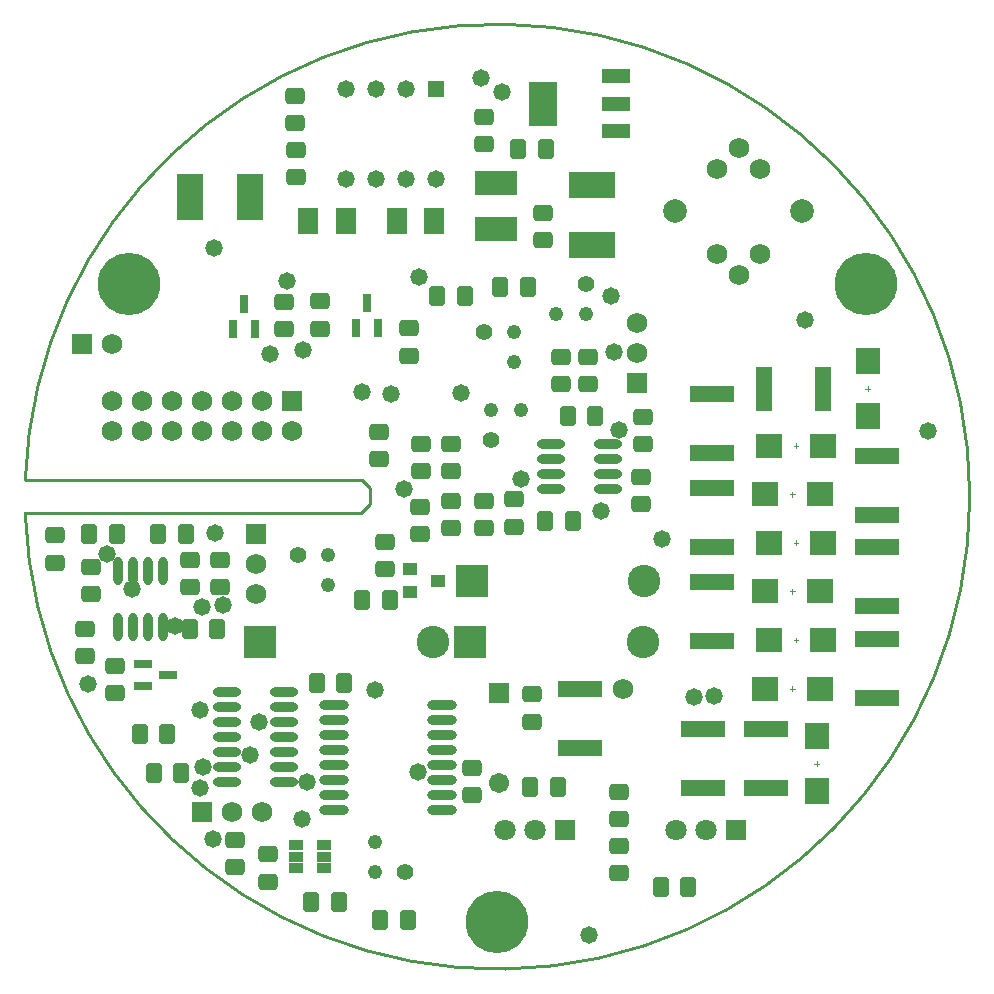
<source format=gts>
%FSLAX25Y25*%
%MOIN*%
G70*
G01*
G75*
G04 Layer_Color=8388736*
%ADD10C,0.04000*%
%ADD11C,0.02000*%
G04:AMPARAMS|DCode=12|XSize=47.24mil|YSize=59.06mil|CornerRadius=11.81mil|HoleSize=0mil|Usage=FLASHONLY|Rotation=90.000|XOffset=0mil|YOffset=0mil|HoleType=Round|Shape=RoundedRectangle|*
%AMROUNDEDRECTD12*
21,1,0.04724,0.03543,0,0,90.0*
21,1,0.02362,0.05906,0,0,90.0*
1,1,0.02362,0.01772,0.01181*
1,1,0.02362,0.01772,-0.01181*
1,1,0.02362,-0.01772,-0.01181*
1,1,0.02362,-0.01772,0.01181*
%
%ADD12ROUNDEDRECTD12*%
%ADD13R,0.13386X0.07480*%
G04:AMPARAMS|DCode=14|XSize=47.24mil|YSize=59.06mil|CornerRadius=11.81mil|HoleSize=0mil|Usage=FLASHONLY|Rotation=180.000|XOffset=0mil|YOffset=0mil|HoleType=Round|Shape=RoundedRectangle|*
%AMROUNDEDRECTD14*
21,1,0.04724,0.03543,0,0,180.0*
21,1,0.02362,0.05906,0,0,180.0*
1,1,0.02362,-0.01181,0.01772*
1,1,0.02362,0.01181,0.01772*
1,1,0.02362,0.01181,-0.01772*
1,1,0.02362,-0.01181,-0.01772*
%
%ADD14ROUNDEDRECTD14*%
%ADD15R,0.04331X0.02559*%
%ADD16R,0.13780X0.04724*%
%ADD17R,0.08268X0.07284*%
%ADD18R,0.04724X0.13780*%
%ADD19R,0.07284X0.08268*%
%ADD20R,0.14764X0.07874*%
%ADD21R,0.02362X0.05118*%
%ADD22R,0.08465X0.13780*%
%ADD23R,0.08465X0.04331*%
%ADD24R,0.08465X0.04331*%
%ADD25O,0.02362X0.08661*%
%ADD26R,0.05118X0.02362*%
%ADD27O,0.08661X0.02362*%
%ADD28R,0.03937X0.03347*%
%ADD29R,0.03937X0.03347*%
%ADD30O,0.09055X0.02362*%
%ADD31R,0.07874X0.14764*%
%ADD32R,0.05906X0.07874*%
%ADD33C,0.01000*%
%ADD34C,0.00394*%
%ADD35C,0.06000*%
%ADD36R,0.06000X0.06000*%
%ADD37R,0.10000X0.10000*%
%ADD38C,0.10000*%
%ADD39C,0.20000*%
%ADD40C,0.07087*%
%ADD41R,0.06000X0.06000*%
%ADD42R,0.06299X0.06299*%
%ADD43C,0.06299*%
%ADD44C,0.05000*%
%ADD45R,0.05000X0.05000*%
%ADD46C,0.04000*%
%ADD47C,0.04724*%
%ADD48R,0.05906X0.05906*%
%ADD49C,0.05906*%
%ADD50C,0.00984*%
%ADD51C,0.02362*%
%ADD52C,0.00787*%
%ADD53C,0.00500*%
%ADD54C,0.00800*%
%ADD55C,0.00591*%
%ADD56R,0.07480X0.02559*%
G04:AMPARAMS|DCode=57|XSize=55.24mil|YSize=67.06mil|CornerRadius=13.81mil|HoleSize=0mil|Usage=FLASHONLY|Rotation=90.000|XOffset=0mil|YOffset=0mil|HoleType=Round|Shape=RoundedRectangle|*
%AMROUNDEDRECTD57*
21,1,0.05524,0.03943,0,0,90.0*
21,1,0.02762,0.06706,0,0,90.0*
1,1,0.02762,0.01972,0.01381*
1,1,0.02762,0.01972,-0.01381*
1,1,0.02762,-0.01972,-0.01381*
1,1,0.02762,-0.01972,0.01381*
%
%ADD57ROUNDEDRECTD57*%
%ADD58R,0.14186X0.08280*%
G04:AMPARAMS|DCode=59|XSize=55.24mil|YSize=67.06mil|CornerRadius=13.81mil|HoleSize=0mil|Usage=FLASHONLY|Rotation=180.000|XOffset=0mil|YOffset=0mil|HoleType=Round|Shape=RoundedRectangle|*
%AMROUNDEDRECTD59*
21,1,0.05524,0.03943,0,0,180.0*
21,1,0.02762,0.06706,0,0,180.0*
1,1,0.02762,-0.01381,0.01972*
1,1,0.02762,0.01381,0.01972*
1,1,0.02762,0.01381,-0.01972*
1,1,0.02762,-0.01381,-0.01972*
%
%ADD59ROUNDEDRECTD59*%
%ADD60R,0.05131X0.03359*%
%ADD61R,0.14579X0.05524*%
%ADD62R,0.09068X0.08083*%
%ADD63R,0.05524X0.14579*%
%ADD64R,0.08083X0.09068*%
%ADD65R,0.15564X0.08674*%
%ADD66R,0.03162X0.05918*%
%ADD67R,0.09265X0.14579*%
%ADD68R,0.09265X0.05131*%
%ADD69R,0.09265X0.05131*%
%ADD70O,0.03162X0.09461*%
%ADD71R,0.05918X0.03162*%
%ADD72O,0.09461X0.03162*%
%ADD73R,0.04737X0.04147*%
%ADD74R,0.04737X0.04147*%
%ADD75O,0.09855X0.03162*%
%ADD76R,0.08674X0.15564*%
%ADD77R,0.06706X0.08674*%
%ADD78C,0.06800*%
%ADD79R,0.06800X0.06800*%
%ADD80R,0.10800X0.10800*%
%ADD81C,0.10800*%
%ADD82C,0.20800*%
%ADD83C,0.07887*%
%ADD84R,0.06800X0.06800*%
%ADD85R,0.07099X0.07099*%
%ADD86C,0.07099*%
%ADD87C,0.05800*%
%ADD88R,0.05800X0.05800*%
%ADD89C,0.04800*%
%ADD90C,0.05524*%
%ADD91R,0.06706X0.06706*%
%ADD92C,0.06706*%
D33*
X255116Y320504D02*
G03*
X255116Y331496I157384J5496D01*
G01*
Y320504D02*
X367004D01*
X370000Y323500D01*
Y329004D01*
X255116Y331496D02*
X367508D01*
X370000Y329004D01*
D34*
X511268Y343000D02*
X512843D01*
X512055Y342213D02*
Y343787D01*
X510087Y262000D02*
X511661D01*
X510874Y261213D02*
Y262787D01*
X511268Y278200D02*
X512843D01*
X512055Y277413D02*
Y278987D01*
X510087Y294400D02*
X511661D01*
X510874Y293613D02*
Y295187D01*
X511268Y310600D02*
X512843D01*
X512055Y309813D02*
Y311387D01*
X510087Y326800D02*
X511661D01*
X510874Y326013D02*
Y327587D01*
X519000Y236213D02*
Y237787D01*
X518213Y237000D02*
X519787D01*
X536000Y361213D02*
Y362787D01*
X535213Y362000D02*
X536787D01*
D57*
X404000Y235606D02*
D03*
Y226394D02*
D03*
X310000Y295787D02*
D03*
Y305000D02*
D03*
X373000Y338394D02*
D03*
Y347606D02*
D03*
X427795Y420606D02*
D03*
Y411394D02*
D03*
X383000Y372894D02*
D03*
Y382106D02*
D03*
X353394Y391106D02*
D03*
Y381894D02*
D03*
X265000Y304000D02*
D03*
Y313213D02*
D03*
X275000Y272787D02*
D03*
Y282000D02*
D03*
X285000Y260394D02*
D03*
Y269606D02*
D03*
X375000Y311000D02*
D03*
Y301787D02*
D03*
X341449Y391000D02*
D03*
Y381787D02*
D03*
X424000Y260106D02*
D03*
Y250894D02*
D03*
X336000Y197653D02*
D03*
Y206866D02*
D03*
X325000Y202394D02*
D03*
Y211606D02*
D03*
X453000Y227606D02*
D03*
Y218394D02*
D03*
Y200394D02*
D03*
Y209606D02*
D03*
X408000Y315394D02*
D03*
Y324606D02*
D03*
X386606Y313394D02*
D03*
Y322606D02*
D03*
X397000Y315394D02*
D03*
Y324606D02*
D03*
X418000Y325213D02*
D03*
Y316000D02*
D03*
X397000Y334394D02*
D03*
Y343606D02*
D03*
X387000Y334394D02*
D03*
Y343606D02*
D03*
X345000Y459606D02*
D03*
Y450394D02*
D03*
X460394Y332606D02*
D03*
Y323394D02*
D03*
X461000Y352606D02*
D03*
Y343394D02*
D03*
X345276Y432394D02*
D03*
Y441606D02*
D03*
X433591Y372606D02*
D03*
Y363394D02*
D03*
X320000Y305000D02*
D03*
Y295787D02*
D03*
X408000Y443394D02*
D03*
Y452606D02*
D03*
X442842Y372606D02*
D03*
Y363394D02*
D03*
X277000Y302606D02*
D03*
Y293394D02*
D03*
D58*
X412000Y430677D02*
D03*
Y415323D02*
D03*
D59*
X309894Y282000D02*
D03*
X319106D02*
D03*
X299394Y313394D02*
D03*
X308606D02*
D03*
X419394Y442000D02*
D03*
X428606D02*
D03*
X276394Y313394D02*
D03*
X285606D02*
D03*
X422606Y396000D02*
D03*
X413394D02*
D03*
X367394Y291500D02*
D03*
X376606D02*
D03*
X297894Y234000D02*
D03*
X307106D02*
D03*
X293287Y246851D02*
D03*
X302500D02*
D03*
X352294Y264000D02*
D03*
X361507D02*
D03*
X373394Y185000D02*
D03*
X382606D02*
D03*
X359606Y191000D02*
D03*
X350394D02*
D03*
X436000Y353000D02*
D03*
X445213D02*
D03*
X428394Y318000D02*
D03*
X437606D02*
D03*
X466944Y196000D02*
D03*
X476157D02*
D03*
X423394Y229235D02*
D03*
X432606D02*
D03*
X401606Y393000D02*
D03*
X392394D02*
D03*
D60*
X345276Y202260D02*
D03*
Y206000D02*
D03*
Y209740D02*
D03*
X354724D02*
D03*
Y206000D02*
D03*
Y202260D02*
D03*
D61*
X501945Y248606D02*
D03*
Y229000D02*
D03*
X484079Y297606D02*
D03*
Y278000D02*
D03*
Y328862D02*
D03*
Y309256D02*
D03*
X539000Y309106D02*
D03*
Y289500D02*
D03*
Y278606D02*
D03*
Y259000D02*
D03*
Y339606D02*
D03*
Y320000D02*
D03*
X440000Y242287D02*
D03*
Y261894D02*
D03*
X481000Y229000D02*
D03*
Y248606D02*
D03*
X484000Y360118D02*
D03*
Y340512D02*
D03*
D62*
X521110Y343000D02*
D03*
X503000D02*
D03*
X501819Y262000D02*
D03*
X519929D02*
D03*
X521110Y278200D02*
D03*
X503000D02*
D03*
X501819Y294400D02*
D03*
X519929D02*
D03*
X521110Y310600D02*
D03*
X503000D02*
D03*
X501819Y326800D02*
D03*
X519929D02*
D03*
D63*
X501394Y362000D02*
D03*
X521000D02*
D03*
D64*
X519000Y246055D02*
D03*
Y227945D02*
D03*
X536000Y371055D02*
D03*
Y352945D02*
D03*
D65*
X444000Y430000D02*
D03*
Y410000D02*
D03*
D66*
X365260Y382366D02*
D03*
X372740D02*
D03*
X369000Y390634D02*
D03*
X324260Y381866D02*
D03*
X331740D02*
D03*
X328000Y390134D02*
D03*
D67*
X427795Y457000D02*
D03*
D68*
X452205Y466055D02*
D03*
Y447945D02*
D03*
D69*
Y457000D02*
D03*
D70*
X286000Y282394D02*
D03*
X291000D02*
D03*
X296000D02*
D03*
X301000D02*
D03*
X286000Y301291D02*
D03*
X291000D02*
D03*
X296000D02*
D03*
X301000D02*
D03*
D71*
X294366Y270240D02*
D03*
Y262760D02*
D03*
X302634Y266500D02*
D03*
D72*
X341449Y231000D02*
D03*
Y236000D02*
D03*
Y241000D02*
D03*
Y246000D02*
D03*
Y251000D02*
D03*
Y256000D02*
D03*
Y261000D02*
D03*
X322551Y231000D02*
D03*
Y236000D02*
D03*
Y241000D02*
D03*
Y246000D02*
D03*
Y251000D02*
D03*
Y256000D02*
D03*
Y261000D02*
D03*
X430551Y343500D02*
D03*
Y338500D02*
D03*
Y333500D02*
D03*
Y328500D02*
D03*
X449449Y343500D02*
D03*
Y338500D02*
D03*
Y333500D02*
D03*
Y328500D02*
D03*
D73*
X383276Y301740D02*
D03*
X392724Y298000D02*
D03*
D74*
X383276Y294260D02*
D03*
D75*
X358087Y256500D02*
D03*
Y251500D02*
D03*
Y246500D02*
D03*
Y241500D02*
D03*
Y236500D02*
D03*
Y231500D02*
D03*
Y226500D02*
D03*
Y221500D02*
D03*
X393913Y256500D02*
D03*
Y251500D02*
D03*
Y246500D02*
D03*
Y241500D02*
D03*
Y236500D02*
D03*
Y231500D02*
D03*
Y226500D02*
D03*
Y221500D02*
D03*
D76*
X310000Y426000D02*
D03*
X330000D02*
D03*
D77*
X349500Y418000D02*
D03*
X362000D02*
D03*
X379000Y417890D02*
D03*
X391500D02*
D03*
D78*
X284000Y376961D02*
D03*
X485858Y435284D02*
D03*
X492929Y442355D02*
D03*
X500000Y435284D02*
D03*
Y407000D02*
D03*
X485858D02*
D03*
X492929Y399929D02*
D03*
X332000Y303394D02*
D03*
Y293394D02*
D03*
X324000Y221000D02*
D03*
X334000D02*
D03*
X459000Y374000D02*
D03*
Y384000D02*
D03*
X324000Y348000D02*
D03*
Y358000D02*
D03*
X294000D02*
D03*
Y348000D02*
D03*
X284000Y358000D02*
D03*
Y348000D02*
D03*
X314000Y358000D02*
D03*
Y348000D02*
D03*
X304000Y358000D02*
D03*
Y348000D02*
D03*
X334000D02*
D03*
Y358000D02*
D03*
X344000Y348000D02*
D03*
X454339Y261784D02*
D03*
D79*
X274000Y376961D02*
D03*
X314000Y221000D02*
D03*
X344000Y358000D02*
D03*
D80*
X403894Y298000D02*
D03*
X333500Y277606D02*
D03*
X403500D02*
D03*
D81*
X461394Y298000D02*
D03*
X391000Y277606D02*
D03*
X461000D02*
D03*
D82*
X289756Y396866D02*
D03*
X535244D02*
D03*
X412500Y184268D02*
D03*
D83*
X471716Y421142D02*
D03*
X514142D02*
D03*
D84*
X332000Y313394D02*
D03*
X459000Y364000D02*
D03*
D85*
X492000Y215000D02*
D03*
X435000Y215017D02*
D03*
D86*
X482000Y215000D02*
D03*
X472000D02*
D03*
X425000Y215017D02*
D03*
X415000D02*
D03*
D87*
X362000Y432000D02*
D03*
X372000D02*
D03*
X382000D02*
D03*
X392000D02*
D03*
X362000Y462000D02*
D03*
X372000D02*
D03*
X382000D02*
D03*
X386000Y234231D02*
D03*
X453092Y348111D02*
D03*
X478000Y259375D02*
D03*
X484559Y259669D02*
D03*
X342471Y398000D02*
D03*
X414000Y461000D02*
D03*
X332894Y250894D02*
D03*
X330000Y240000D02*
D03*
X349000Y231000D02*
D03*
X420250Y332000D02*
D03*
X305000Y283000D02*
D03*
X400500Y360500D02*
D03*
X313500Y255000D02*
D03*
X282500Y307000D02*
D03*
X367500Y361000D02*
D03*
X290697Y295197D02*
D03*
X314500Y236000D02*
D03*
X381500Y328456D02*
D03*
X318216Y409000D02*
D03*
X371687Y261634D02*
D03*
X276039Y263545D02*
D03*
X347485Y218394D02*
D03*
X447000Y321253D02*
D03*
X386384Y399376D02*
D03*
X450360Y393000D02*
D03*
X377167Y360118D02*
D03*
X314000Y289238D02*
D03*
X318228Y314000D02*
D03*
X443000Y180000D02*
D03*
X407000Y465410D02*
D03*
X467331Y312000D02*
D03*
X515000Y384860D02*
D03*
X556000Y347783D02*
D03*
X313493Y229000D02*
D03*
X321174Y290000D02*
D03*
X347602Y374778D02*
D03*
X336853Y373395D02*
D03*
X451394Y374200D02*
D03*
X317686Y212000D02*
D03*
D88*
X392000Y462000D02*
D03*
D89*
X371740Y211000D02*
D03*
Y201000D02*
D03*
X418000Y371000D02*
D03*
Y381000D02*
D03*
X420250Y355000D02*
D03*
X410250D02*
D03*
X432000Y387000D02*
D03*
X442000D02*
D03*
X356000Y296394D02*
D03*
Y306394D02*
D03*
D90*
X381740Y201000D02*
D03*
X408000Y381000D02*
D03*
X410250Y345000D02*
D03*
X442000Y397000D02*
D03*
X346000Y306394D02*
D03*
D91*
X413000Y260528D02*
D03*
D92*
Y230685D02*
D03*
M02*

</source>
